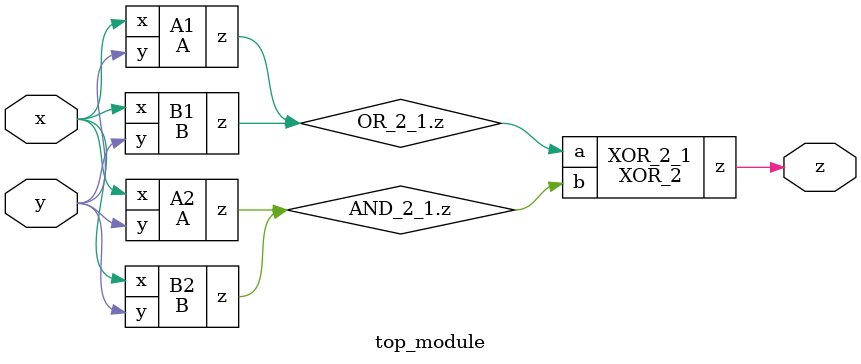
<source format=sv>
module A(
	input x,
	input y,
	output z);

	assign z = (x ^ y) & x;
	
endmodule
module B(
	input x,
	input y,
	output z);

	reg z;
	
	initial
	begin
		#0		z = 1'b1;
		#5		z = 1'b1;
		#10		z = 1'b1;
		#15		z = 1'b1;
		#20		z = 1'b1;
		#25		z = 1'b0;
		#30		z = 1'b0;
		#35		z = 1'b0;
		#40		z = 1'b0;
		#45		z = 1'b1;
		#50		z = 1'b1;
		#55		z = 1'b1;
		#60		z = 1'b0;
		#65		z = 1'b0;
		#70		z = 1'b1;
		#75		z = 1'b0;
		#80		z = 1'b0;
		#85		z = 1'b0;
		#90		z = 1'b0;
	end
	
	assign z = z;
	
endmodule
module XOR_2(
	input a,
	input b,
	output z);

	assign z = a ^ b;
	
endmodule
module OR_2(
	input a,
	input b,
	output z);

	assign z = a | b;
	
endmodule
module AND_2(
	input a,
	input b,
	output z);

	assign z = a & b;
	
endmodule
module top_module(
	input x,
	input y,
	output z);
	
	A A1(.x(x), .y(y), .z(OR_2_1.z));
	B B1(.x(x), .y(y), .z(OR_2_1.z));
	A A2(.x(x), .y(y), .z(AND_2_1.z));
	B B2(.x(x), .y(y), .z(AND_2_1.z));
	OR_2 OR_2_1(.a(A1.z), .b(B1.z), .z(XOR_2_1.a));
	AND_2 AND_2_1(.a(A2.z), .b(B2.z), .z(XOR_2_1.b));
	XOR_2 XOR_2_1(.a(OR_2_1.z), .b(AND_2_1.z), .z(z));
	
endmodule

</source>
